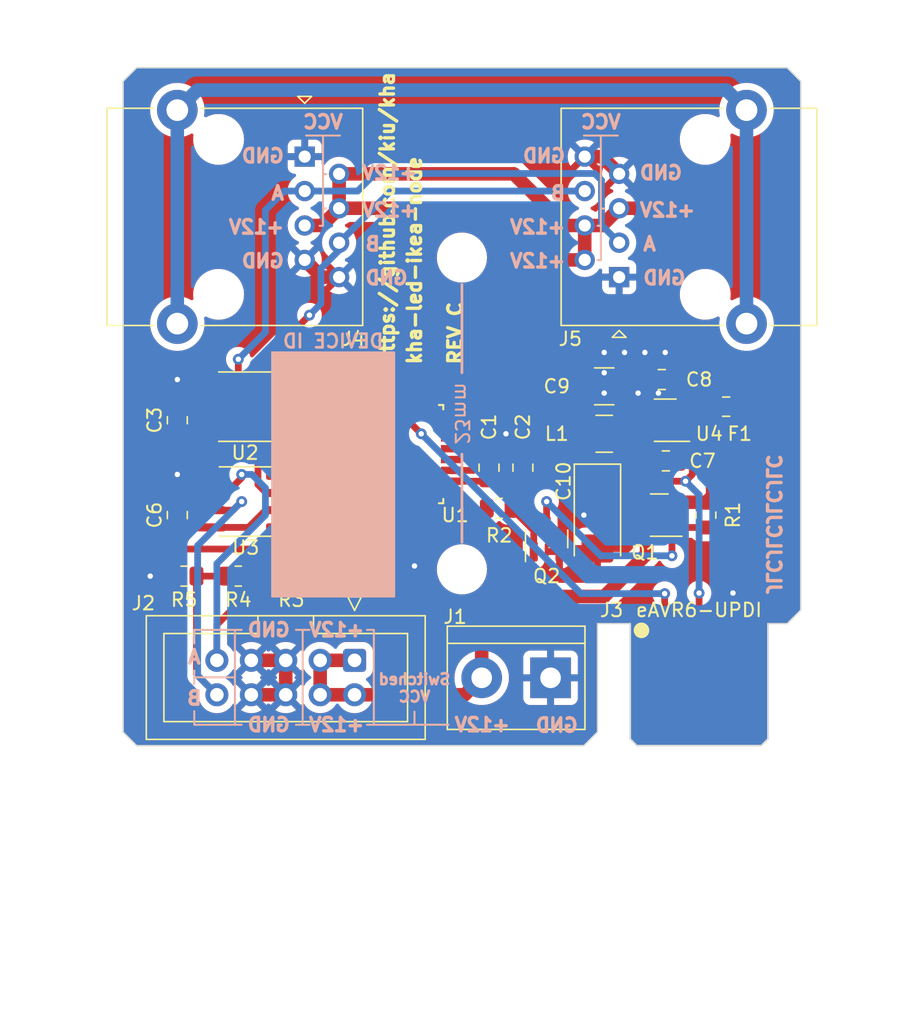
<source format=kicad_pcb>
(kicad_pcb (version 20221018) (generator pcbnew)
  (layers (0 "F.Cu" signal) (31 "B.Cu" signal) (34 "B.Paste" user) (35 "F.Paste" user) (36 "B.SilkS" user "B.Silkscreen") (37 "F.SilkS" user "F.Silkscreen") (38 "B.Mask" user) (39 "F.Mask" user) (44 "Edge.Cuts" user))
  (net 0 "")
  (net 1 "+5V")
  (net 2 "GND")
  (net 3 "UPDI")
  (net 4 "LED_TX")
  (net 5 "BUS_RX")
  (net 6 "BUS_DIR")
  (net 7 "BUS_TX")
  (net 8 "LED_EN")
  (net 9 "Net-(Q1-G)")
  (net 25 "+12V")
  (net 27 "485A")
  (net 28 "485B")
  (net 33 "Net-(J1-Pin_2)")
  (net 34 "Net-(U4-SW)")
  (net 35 "Net-(U4-BST)")
  (net 36 "Net-(U4-EN)")
  (net 37 "Net-(J2-Pin_9)")
  (net 38 "Net-(J2-Pin_10)")
  (net 39 "Net-(J4-PadSH)")
  (net 42 "Net-(Q2-B)")
  (footprint "Resistor_SMD:R_0805_2012Metric" (layer "F.Cu") (at 97.5 75.5 180)
    (fp_text reference "R4" (at 0 -1.75 180) (layer "F.SilkS"))
    (fp_text value "120R")
    (pad "1" smd roundrect (at -0.9125 0 180) (size 1.025 1.4) (layers "F.Cu" "F.Paste" "F.Mask") (roundrect_rratio 0.243902439) (net 37 "Net-(J2-Pin_9)"))
    (pad "2" smd roundrect (at 0.9125 0 180) (size 1.025 1.4) (layers "F.Cu" "F.Paste" "F.Mask") (roundrect_rratio 0.243902439) (net 38 "Net-(J2-Pin_10)"))
  )
  (footprint "Capacitor_SMD:C_1210_3225Metric" (layer "F.Cu") (at 124.5 61.5)
    (fp_text reference "C9" (at -3.5 0) (layer "F.SilkS"))
    (fp_text value "47uF")
    (pad "1" smd roundrect (at -1.475 0) (size 1.15 2.7) (layers "F.Cu" "F.Paste" "F.Mask") (roundrect_rratio 0.2173913043) (net 1 "+5V"))
    (pad "2" smd roundrect (at 1.475 0) (size 1.15 2.7) (layers "F.Cu" "F.Paste" "F.Mask") (roundrect_rratio 0.2173913043) (net 2 "GND"))
  )
  (footprint "Resistor_SMD:R_0805_2012Metric" (layer "F.Cu") (at 93.5 75.5 180)
    (fp_text reference "R5" (at 0 -1.75 180) (layer "F.SilkS"))
    (fp_text value "680R DNP")
    (pad "1" smd roundrect (at -0.9125 0 180) (size 1.025 1.4) (layers "F.Cu" "F.Paste" "F.Mask") (roundrect_rratio 0.243902439) (net 38 "Net-(J2-Pin_10)"))
    (pad "2" smd roundrect (at 0.9125 0 180) (size 1.025 1.4) (layers "F.Cu" "F.Paste" "F.Mask") (roundrect_rratio 0.243902439) (net 2 "GND"))
  )
  (footprint "Fuse:Fuse_0805_2012Metric" (layer "F.Cu") (at 133.5 63)
    (fp_text reference "F1" (at 1 2) (layer "F.SilkS"))
    (fp_text value "Polyfuse")
    (pad "1" smd roundrect (at -0.9375 0) (size 0.975 1.4) (layers "F.Cu" "F.Paste" "F.Mask") (net 36 "Net-(U4-EN)"))
    (pad "2" smd roundrect (at 0.9375 0) (size 0.975 1.4) (layers "F.Cu" "F.Paste" "F.Mask") (net 25 "+12V"))
  )
  (footprint "MountingHole:MountingHole_3.2mm_M3_DIN965" (layer "F.Cu") (at 114 52)
    (fp_text reference "H1" hide)
    (fp_text value "MountingHole")
    (pad "" np_thru_hole circle (at 0 0) (size 3.2 3.2) (drill 3.2) (layers "*.Cu" "*.Mask"))
  )
  (footprint "Inductor_SMD:L_1210_3225Metric" (layer "F.Cu") (at 124.5 65 180)
    (fp_text reference "L1" (at 3.5 0) (layer "F.SilkS"))
    (fp_text value "4.7uH")
    (pad "1" smd roundrect (at -1.4 0 180) (size 1.25 2.65) (layers "F.Cu" "F.Paste" "F.Mask") (roundrect_rratio 0.2) (net 34 "Net-(U4-SW)"))
    (pad "2" smd roundrect (at 1.4 0 180) (size 1.25 2.65) (layers "F.Cu" "F.Paste" "F.Mask") (roundrect_rratio 0.2) (net 1 "+5V"))
  )
  (footprint "Capacitor_SMD:C_0805_2012Metric" (layer "F.Cu") (at 129.05 67)
    (fp_text reference "C7" (at 2.7 0) (layer "F.SilkS"))
    (fp_text value "100nF")
    (pad "1" smd roundrect (at -0.95 0) (size 1 1.45) (layers "F.Cu" "F.Paste" "F.Mask") (net 34 "Net-(U4-SW)"))
    (pad "2" smd roundrect (at 0.95 0) (size 1 1.45) (layers "F.Cu" "F.Paste" "F.Mask") (net 35 "Net-(U4-BST)"))
  )
  (footprint "Package_SO:SOIC-8_3.9x4.9mm_P1.27mm" (layer "F.Cu") (at 98.05 70 180)
    (fp_text reference "U3" (at 0 -3.4 180) (layer "F.SilkS"))
    (fp_text value "SP481E")
    (pad "1" smd roundrect (at -2.475 -1.905 180) (size 1.95 0.6) (layers "F.Cu" "F.Paste" "F.Mask"))
    (pad "2" smd roundrect (at -2.475 -0.635 180) (size 1.95 0.6) (layers "F.Cu" "F.Paste" "F.Mask") (net 1 "+5V"))
    (pad "3" smd roundrect (at -2.475 0.635 180) (size 1.95 0.6) (layers "F.Cu" "F.Paste" "F.Mask") (net 1 "+5V"))
    (pad "4" smd roundrect (at -2.475 1.905 180) (size 1.95 0.6) (layers "F.Cu" "F.Paste" "F.Mask") (net 4 "LED_TX"))
    (pad "5" smd roundrect (at 2.475 1.905 180) (size 1.95 0.6) (layers "F.Cu" "F.Paste" "F.Mask") (net 2 "GND"))
    (pad "6" smd roundrect (at 2.475 0.635 180) (size 1.95 0.6) (layers "F.Cu" "F.Paste" "F.Mask") (net 37 "Net-(J2-Pin_9)"))
    (pad "7" smd roundrect (at 2.475 -0.635 180) (size 1.95 0.6) (layers "F.Cu" "F.Paste" "F.Mask") (net 38 "Net-(J2-Pin_10)"))
    (pad "8" smd roundrect (at 2.475 -1.905 180) (size 1.95 0.6) (layers "F.Cu" "F.Paste" "F.Mask") (net 1 "+5V"))
  )
  (footprint "Package_TO_SOT_SMD:SOT-23" (layer "F.Cu") (at 120.25 72.75 90)
    (fp_text reference "Q2" (at -2.75 0) (layer "F.SilkS"))
    (fp_text value "MMBT3904")
    (pad "1" smd roundrect (at -0.9375 -0.95 90) (size 1.475 0.6) (layers "F.Cu" "F.Paste" "F.Mask") (net 42 "Net-(Q2-B)"))
    (pad "2" smd roundrect (at -0.9375 0.95 90) (size 1.475 0.6) (layers "F.Cu" "F.Paste" "F.Mask") (net 2 "GND"))
    (pad "3" smd roundrect (at 0.9375 0 90) (size 1.475 0.6) (layers "F.Cu" "F.Paste" "F.Mask") (net 9 "Net-(Q1-G)"))
  )
  (footprint "Resistor_SMD:R_0805_2012Metric" (layer "F.Cu") (at 132 71 -90)
    (fp_text reference "R1" (at 0 -2 -90) (layer "F.SilkS"))
    (fp_text value "10k")
    (pad "1" smd roundrect (at -0.9125 0 270) (size 1.025 1.4) (layers "F.Cu" "F.Paste" "F.Mask") (roundrect_rratio 0.243902439) (net 25 "+12V"))
    (pad "2" smd roundrect (at 0.9125 0 270) (size 1.025 1.4) (layers "F.Cu" "F.Paste" "F.Mask") (roundrect_rratio 0.243902439) (net 9 "Net-(Q1-G)"))
  )
  (footprint "kiu:GDLX-S-88K" (layer "F.Cu") (at 93 49 -90)
    (fp_text reference "J4" (at 9 -13 unlocked) (layer "F.SilkS"))
    (fp_text value "RJ45_Shielded")
    (pad "" np_thru_hole circle (at -5.715 -3.048 270) (size 3.25 3.25) (drill 3.25) (layers "*.Cu" "*.Mask"))
    (pad "" np_thru_hole circle (at 5.715 -3.048 90) (size 3.25 3.25) (drill 3.25) (layers "*.Cu" "*.Mask"))
    (pad "1" thru_hole rect (at -4.445 -9.398 90) (size 1.5 1.5) (drill 0.9) (layers "*.Cu" "*.Mask") (net 2 "GND"))
    (pad "2" thru_hole circle (at -3.175 -11.938 90) (size 1.5 1.5) (drill 0.9) (layers "*.Cu" "*.Mask") (net 25 "+12V"))
    (pad "3" thru_hole circle (at -1.905 -9.398 90) (size 1.5 1.5) (drill 0.9) (layers "*.Cu" "*.Mask") (net 27 "485A"))
    (pad "4" thru_hole circle (at -0.635 -11.938 90) (size 1.5 1.5) (drill 0.9) (layers "*.Cu" "*.Mask") (net 25 "+12V"))
    (pad "5" thru_hole circle (at 0.635 -9.398 90) (size 1.5 1.5) (drill 0.9) (layers "*.Cu" "*.Mask") (net 25 "+12V"))
    (pad "6" thru_hole circle (at 1.905 -11.938 90) (size 1.5 1.5) (drill 0.9) (layers "*.Cu" "*.Mask") (net 28 "485B"))
    (pad "7" thru_hole circle (at 3.175 -9.398 90) (size 1.5 1.5) (drill 0.9) (layers "*.Cu" "*.Mask") (net 2 "GND"))
    (pad "8" thru_hole circle (at 4.445 -11.938 90) (size 1.5 1.5) (drill 0.9) (layers "*.Cu" "*.Mask") (net 2 "GND"))
    (pad "SH" thru_hole circle (at -7.874 0.002 270) (size 3 3) (drill 1.6) (layers "*.Cu" "*.Mask") (net 39 "Net-(J4-PadSH)"))
    (pad "SH" thru_hole circle (at 7.874 0 90) (size 3 3) (drill 1.6) (layers "*.Cu" "*.Mask") (net 39 "Net-(J4-PadSH)"))
  )
  (footprint "Package_TO_SOT_SMD:SOT-23" (layer "F.Cu") (at 128.5625 71 180)
    (fp_text reference "Q1" (at 1.0625 -2.75) (layer "F.SilkS"))
    (fp_text value "DMG2301L")
    (pad "1" smd roundrect (at -0.9375 -0.95 180) (size 1.475 0.6) (layers "F.Cu" "F.Paste" "F.Mask") (net 9 "Net-(Q1-G)"))
    (pad "2" smd roundrect (at -0.9375 0.95 180) (size 1.475 0.6) (layers "F.Cu" "F.Paste" "F.Mask") (net 25 "+12V"))
    (pad "3" smd roundrect (at 0.9375 0 180) (size 1.475 0.6) (layers "F.Cu" "F.Paste" "F.Mask") (net 33 "Net-(J1-Pin_2)"))
  )
  (footprint "MountingHole:MountingHole_3.2mm_M3_DIN965" (layer "F.Cu") (at 114 75)
    (fp_text reference "H2" hide)
    (fp_text value "MountingHole")
    (pad "" np_thru_hole circle (at 0 0) (size 3.2 3.2) (drill 3.2) (layers "*.Cu" "*.Mask"))
  )
  (footprint "Package_QFP:TQFP-32_7x7mm_P0.8mm" (layer "F.Cu") (at 109 66.5)
    (fp_text reference "U1" (at 4.5 4.5) (layer "F.SilkS"))
    (fp_text value "AVR64DD32")
    (pad "1" smd rect (at -4.25 -2.8) (size 1.6 0.55) (layers "F.Cu" "F.Paste" "F.Mask") (net 6 "BUS_DIR"))
    (pad "2" smd rect (at -4.25 -2) (size 1.6 0.55) (layers "F.Cu" "F.Paste" "F.Mask"))
    (pad "3" smd rect (at -4.25 -1.2) (size 1.6 0.55) (layers "F.Cu" "F.Paste" "F.Mask"))
    (pad "4" smd rect (at -4.25 -0.4) (size 1.6 0.55) (layers "F.Cu" "F.Paste" "F.Mask"))
    (pad "5" smd rect (at -4.25 0.4) (size 1.6 0.55) (layers "F.Cu" "F.Paste" "F.Mask"))
    (pad "6" smd rect (at -4.25 1.2) (size 1.6 0.55) (layers "F.Cu" "F.Paste" "F.Mask") (net 4 "LED_TX"))
    (pad "7" smd rect (at -4.25 2) (size 1.6 0.55) (layers "F.Cu" "F.Paste" "F.Mask"))
    (pad "8" smd rect (at -4.25 2.8) (size 1.6 0.55) (layers "F.Cu" "F.Paste" "F.Mask"))
    (pad "9" smd rect (at -2.8 4.25 90) (size 1.6 0.55) (layers "F.Cu" "F.Paste" "F.Mask"))
    (pad "10" smd rect (at -2 4.25 90) (size 1.6 0.55) (layers "F.Cu" "F.Paste" "F.Mask") (net 1 "+5V"))
    (pad "11" smd rect (at -1.2 4.25 90) (size 1.6 0.55) (layers "F.Cu" "F.Paste" "F.Mask"))
    (pad "12" smd rect (at -0.4 4.25 90) (size 1.6 0.55) (layers "F.Cu" "F.Paste" "F.Mask"))
    (pad "13" smd rect (at 0.4 4.25 90) (size 1.6 0.55) (layers "F.Cu" "F.Paste" "F.Mask"))
    (pad "14" smd rect (at 1.2 4.25 90) (size 1.6 0.55) (layers "F.Cu" "F.Paste" "F.Mask"))
    (pad "15" smd rect (at 2 4.25 90) (size 1.6 0.55) (layers "F.Cu" "F.Paste" "F.Mask"))
    (pad "16" smd rect (at 2.8 4.25 90) (size 1.6 0.55) (layers "F.Cu" "F.Paste" "F.Mask") (net 8 "LED_EN"))
    (pad "17" smd rect (at 4.25 2.8) (size 1.6 0.55) (layers "F.Cu" "F.Paste" "F.Mask"))
    (pad "18" smd rect (at 4.25 2) (size 1.6 0.55) (layers "F.Cu" "F.Paste" "F.Mask") (net 1 "+5V"))
    (pad "19" smd rect (at 4.25 1.2) (size 1.6 0.55) (layers "F.Cu" "F.Paste" "F.Mask") (net 2 "GND"))
    (pad "20" smd rect (at 4.25 0.4) (size 1.6 0.55) (layers "F.Cu" "F.Paste" "F.Mask"))
    (pad "21" smd rect (at 4.25 -0.4) (size 1.6 0.55) (layers "F.Cu" "F.Paste" "F.Mask"))
    (pad "22" smd rect (at 4.25 -1.2) (size 1.6 0.55) (layers "F.Cu" "F.Paste" "F.Mask"))
    (pad "23" smd rect (at 4.25 -2) (size 1.6 0.55) (layers "F.Cu" "F.Paste" "F.Mask"))
    (pad "24" smd rect (at 4.25 -2.8) (size 1.6 0.55) (layers "F.Cu" "F.Paste" "F.Mask"))
    (pad "25" smd rect (at 2.8 -4.25 90) (size 1.6 0.55) (layers "F.Cu" "F.Paste" "F.Mask"))
    (pad "26" smd rect (at 2 -4.25 90) (size 1.6 0.55) (layers "F.Cu" "F.Paste" "F.Mask"))
    (pad "27" smd rect (at 1.2 -4.25 90) (size 1.6 0.55) (layers "F.Cu" "F.Paste" "F.Mask") (net 3 "UPDI"))
    (pad "28" smd rect (at 0.4 -4.25 90) (size 1.6 0.55) (layers "F.Cu" "F.Paste" "F.Mask") (net 1 "+5V"))
    (pad "29" smd rect (at -0.4 -4.25 90) (size 1.6 0.55) (layers "F.Cu" "F.Paste" "F.Mask") (net 2 "GND"))
    (pad "30" smd rect (at -1.2 -4.25 90) (size 1.6 0.55) (layers "F.Cu" "F.Paste" "F.Mask") (net 7 "BUS_TX"))
    (pad "31" smd rect (at -2 -4.25 90) (size 1.6 0.55) (layers "F.Cu" "F.Paste" "F.Mask") (net 5 "BUS_RX"))
    (pad "32" smd rect (at -2.8 -4.25 90) (size 1.6 0.55) (layers "F.Cu" "F.Paste" "F.Mask"))
  )
  (footprint "TerminalBlock:TerminalBlock_bornier-2_P5.08mm" (layer "F.Cu") (at 120.54 83 180)
    (fp_text reference "J1" (at 7.04 4.5) (layer "F.SilkS"))
    (fp_text value "Screw_Terminal_01x02")
    (pad "1" thru_hole rect (at 0 0 180) (size 3 3) (drill 1.52) (layers "*.Cu" "*.Mask") (net 2 "GND"))
    (pad "2" thru_hole circle (at 5.08 0 180) (size 3 3) (drill 1.52) (layers "*.Cu" "*.Mask") (net 33 "Net-(J1-Pin_2)"))
  )
  (footprint "Capacitor_SMD:C_0805_2012Metric" (layer "F.Cu") (at 118.5 67.5 90)
    (fp_text reference "C2" (at 3 0 90) (layer "F.SilkS"))
    (fp_text value "100nF")
    (pad "1" smd roundrect (at -0.95 0 90) (size 1 1.45) (layers "F.Cu" "F.Paste" "F.Mask") (net 1 "+5V"))
    (pad "2" smd roundrect (at 0.95 0 90) (size 1 1.45) (layers "F.Cu" "F.Paste" "F.Mask") (net 2 "GND"))
  )
  (footprint "Resistor_SMD:R_0805_2012Metric" (layer "F.Cu") (at 101.4125 75.5 180)
    (fp_text reference "R3" (at 0 -1.75 180) (layer "F.SilkS"))
    (fp_text value "680R DNP")
    (pad "1" smd roundrect (at -0.9125 0 180) (size 1.025 1.4) (layers "F.Cu" "F.Paste" "F.Mask") (roundrect_rratio 0.243902439) (net 1 "+5V"))
    (pad "2" smd roundrect (at 0.9125 0 180) (size 1.025 1.4) (layers "F.Cu" "F.Paste" "F.Mask") (roundrect_rratio 0.243902439) (net 37 "Net-(J2-Pin_9)"))
  )
  (footprint "Package_SO:SOIC-8_3.9x4.9mm_P1.27mm" (layer "F.Cu") (at 98 63 180)
    (fp_text reference "U2" (at 0 -3.4 180) (layer "F.SilkS"))
    (fp_text value "SP481E")
    (pad "1" smd roundrect (at -2.475 -1.905 180) (size 1.95 0.6) (layers "F.Cu" "F.Paste" "F.Mask") (net 5 "BUS_RX"))
    (pad "2" smd roundrect (at -2.475 -0.635 180) (size 1.95 0.6) (layers "F.Cu" "F.Paste" "F.Mask") (net 6 "BUS_DIR"))
    (pad "3" smd roundrect (at -2.475 0.635 180) (size 1.95 0.6) (layers "F.Cu" "F.Paste" "F.Mask") (net 6 "BUS_DIR"))
    (pad "4" smd roundrect (at -2.475 1.905 180) (size 1.95 0.6) (layers "F.Cu" "F.Paste" "F.Mask") (net 7 "BUS_TX"))
    (pad "5" smd roundrect (at 2.475 1.905 180) (size 1.95 0.6) (layers "F.Cu" "F.Paste" "F.Mask") (net 2 "GND"))
    (pad "6" smd roundrect (at 2.475 0.635 180) (size 1.95 0.6) (layers "F.Cu" "F.Paste" "F.Mask") (net 27 "485A"))
    (pad "7" smd roundrect (at 2.475 -0.635 180) (size 1.95 0.6) (layers "F.Cu" "F.Paste" "F.Mask") (net 28 "485B"))
    (pad "8" smd roundrect (at 2.475 -1.905 180) (size 1.95 0.6) (layers "F.Cu" "F.Paste" "F.Mask") (net 1 "+5V"))
  )
  (footprint "Capacitor_SMD:C_0805_2012Metric" (layer "F.Cu") (at 108 73.5)
    (fp_text reference "C4" (at -3 0) (layer "F.SilkS"))
    (fp_text value "10nF")
    (pad "1" smd roundrect (at -0.95 0) (size 1 1.45) (layers "F.Cu" "F.Paste" "F.Mask") (net 1 "+5V"))
    (pad "2" smd roundrect (at 0.95 0) (size 1 1.45) (layers "F.Cu" "F.Paste" "F.Mask") (net 2 "GND"))
  )
  (footprint "Capacitor_SMD:C_0805_2012Metric" (layer "F.Cu") (at 128.75 61)
    (fp_text reference "C8" (at 2.75 0) (layer "F.SilkS"))
    (fp_text value "10uF")
    (pad "1" smd roundrect (at -0.95 0) (size 1 1.45) (layers "F.Cu" "F.Paste" "F.Mask") (net 2 "GND"))
    (pad "2" smd roundrect (at 0.95 0) (size 1 1.45) (layers "F.Cu" "F.Paste" "F.Mask") (net 36 "Net-(U4-EN)"))
  )
  (footprint "Package_TO_SOT_SMD:TSOT-23-6" (layer "F.Cu") (at 129 64 180)
    (fp_text reference "U4" (at -3.25 -1) (layer "F.SilkS"))
    (fp_text value "AP63205WU")
    (pad "1" smd roundrect (at -1.1375 -0.95 180) (size 1.325 0.6) (layers "F.Cu" "F.Paste" "F.Mask") (net 1 "+5V"))
    (pad "2" smd roundrect (at -1.1375 0 180) (size 1.325 0.6) (layers "F.Cu" "F.Paste" "F.Mask") (net 36 "Net-(U4-EN)"))
    (pad "3" smd roundrect (at -1.1375 0.95 180) (size 1.325 0.6) (layers "F.Cu" "F.Paste" "F.Mask") (net 36 "Net-(U4-EN)"))
    (pad "4" smd roundrect (at 1.1375 0.95 180) (size 1.325 0.6) (layers "F.Cu" "F.Paste" "F.Mask") (net 2 "GND"))
    (pad "5" smd roundrect (at 1.1375 0 180) (size 1.325 0.6) (layers "F.Cu" "F.Paste" "F.Mask") (net 34 "Net-(U4-SW)"))
    (pad "6" smd roundrect (at 1.1375 -0.95 180) (size 1.325 0.6) (layers "F.Cu" "F.Paste" "F.Mask") (net 35 "Net-(U4-BST)"))
  )
  (footprint "Capacitor_SMD:C_0805_2012Metric" (layer "F.Cu") (at 108 76)
    (fp_text reference "C5" (at -3 0) (layer "F.SilkS"))
    (fp_text value "100nF")
    (pad "1" smd roundrect (at -0.95 0) (size 1 1.45) (layers "F.Cu" "F.Paste" "F.Mask") (net 1 "+5V"))
    (pad "2" smd roundrect (at 0.95 0) (size 1 1.45) (layers "F.Cu" "F.Paste" "F.Mask") (net 2 "GND"))
  )
  (footprint "Capacitor_SMD:C_0805_2012Metric" (layer "F.Cu") (at 93 64 90)
    (fp_text reference "C3" (at 0 -1.68 90) (layer "F.SilkS"))
    (fp_text value "100nF")
    (pad "1" smd roundrect (at -0.95 0 90) (size 1 1.45) (layers "F.Cu" "F.Paste" "F.Mask") (net 1 "+5V"))
    (pad "2" smd roundrect (at 0.95 0 90) (size 1 1.45) (layers "F.Cu" "F.Paste" "F.Mask") (net 2 "GND"))
  )
  (footprint "kiu:GDLX-S-88K" (layer "F.Cu") (at 135 49 90)
    (fp_text reference "J5" (at -9 -13 unlocked) (layer "F.SilkS"))
    (fp_text value "RJ45_Shielded")
    (pad "" np_thru_hole circle (at -5.715 -3.048 90) (size 3.25 3.25) (drill 3.25) (layers "*.Cu" "*.Mask"))
    (pad "" np_thru_hole circle (at 5.715 -3.048 270) (size 3.25 3.25) (drill 3.25) (layers "*.Cu" "*.Mask"))
    (pad "1" thru_hole rect (at -4.445 -9.398 270) (size 1.5 1.5) (drill 0.9) (layers "*.Cu" "*.Mask") (net 2 "GND"))
    (pad "2" thru_hole circle (at -3.175 -11.938 270) (size 1.5 1.5) (drill 0.9) (layers "*.Cu" "*.Mask") (net 25 "+12V"))
    (pad "3" thru_hole circle (at -1.905 -9.398 270) (size 1.5 1.5) (drill 0.9) (layers "*.Cu" "*.Mask") (net 27 "485A"))
    (pad "4" thru_hole circle (at -0.635 -11.938 270) (size 1.5 1.5) (drill 0.9) (layers "*.Cu" "*.Mask") (net 25 "+12V"))
    (pad "5" thru_hole circle (at 0.635 -9.398 270) (size 1.5 1.5) (drill 0.9) (layers "*.Cu" "*.Mask") (net 25 "+12V"))
    (pad "6" thru_hole circle (at 1.905 -11.938 270) (size 1.5 1.5) (drill 0.9) (layers "*.Cu" "*.Mask") (net 28 "485B"))
    (pad "7" thru_hole circle (at 3.175 -9.398 270) (size 1.5 1.5) (drill 0.9) (layers "*.Cu" "*.Mask") (net 2 "GND"))
    (pad "8" thru_hole circle (at 4.445 -11.938 270) (size 1.5 1.5) (drill 0.9) (layers "*.Cu" "*.Mask") (net 2 "GND"))
    (pad "SH" thru_hole circle (at -7.874 0.002 90) (size 3 3) (drill 1.6) (layers "*.Cu" "*.Mask") (net 39 "Net-(J4-PadSH)"))
    (pad "SH" thru_hole circle (at 7.874 0 270) (size 3 3) (drill 1.6) (layers "*.Cu" "*.Mask") (net 39 "Net-(J4-PadSH)"))
  )
  (footprint "Capacitor_SMD:C_0805_2012Metric" (layer "F.Cu") (at 116 67.5 90)
    (fp_text reference "C1" (at 3 0 90) (layer "F.SilkS"))
    (fp_text value "10nF")
    (pad "1" smd roundrect (at -0.95 0 90) (size 1 1.45) (layers "F.Cu" "F.Paste" "F.Mask") (net 1 "+5V"))
    (pad "2" smd roundrect (at 0.95 0 90) (size 1 1.45) (layers "F.Cu" "F.Paste" "F.Mask") (net 2 "GND"))
  )
  (footprint "Connector_IDC:IDC-Header_2x05_P2.54mm_Vertical" (layer "F.Cu") (at 106.08 81.7125 -90)
    (fp_text reference "J2" (at -4.2125 15.58) (layer "F.SilkS"))
    (fp_text value "Conn_01x10")
    (pad "1" thru_hole roundrect (at 0 0 270) (size 1.7 1.7) (drill 1) (layers "*.Cu" "*.Mask") (roundrect_rratio 0.1470588235) (net 33 "Net-(J1-Pin_2)"))
    (pad "2" thru_hole circle (at 2.54 0 270) (size 1.7 1.7) (drill 1) (layers "*.Cu" "*.Mask") (net 33 "Net-(J1-Pin_2)"))
    (pad "3" thru_hole circle (at 0 2.54 270) (size 1.7 1.7) (drill 1) (layers "*.Cu" "*.Mask") (net 33 "Net-(J1-Pin_2)"))
    (pad "4" thru_hole circle (at 2.54 2.54 270) (size 1.7 1.7) (drill 1) (layers "*.Cu" "*.Mask") (net 33 "Net-(J1-Pin_2)"))
    (pad "5" thru_hole circle (at 0 5.08 270) (size 1.7 1.7) (drill 1) (layers "*.Cu" "*.Mask") (net 2 "GND"))
    (pad "6" thru_hole circle (at 2.54 5.08 270) (size 1.7 1.7) (drill 1) (layers "*.Cu" "*.Mask") (net 2 "GND"))
    (pad "7" thru_hole circle (at 0 7.62 270) (size 1.7 1.7) (drill 1) (layers "*.Cu" "*.Mask") (net 2 "GND"))
    (pad "8" thru_hole circle (at 2.54 7.62 270) (size 1.7 1.7) (drill 1) (layers "*.Cu" "*.Mask") (net 2 "GND"))
    (pad "9" thru_hole circle (at 0 10.16 270) (size 1.7 1.7) (drill 1) (layers "*.Cu" "*.Mask") (net 37 "Net-(J2-Pin_9)"))
    (pad "10" thru_hole circle (at 2.54 10.16 270) (size 1.7 1.7) (drill 1) (layers "*.Cu" "*.Mask") (net 38 "Net-(J2-Pin_10)"))
  )
  (footprint "Capacitor_SMD:C_0805_2012Metric" (layer "F.Cu") (at 93 71 90)
    (fp_text reference "C6" (at 0 -1.68 90) (layer "F.SilkS"))
    (fp_text value "100nF")
    (pad "1" smd roundrect (at -0.95 0 90) (size 1 1.45) (layers "F.Cu" "F.Paste" "F.Mask") (net 1 "+5V"))
    (pad "2" smd roundrect (at 0.95 0 90) (size 1 1.45) (layers "F.Cu" "F.Paste" "F.Mask") (net 2 "GND"))
  )
  (footprint "Resistor_SMD:R_0805_2012Metric" (layer "F.Cu") (at 116.75 70.5 180)
    (fp_text reference "R2" (at 0 -2) (layer "F.SilkS"))
    (fp_text value "10k")
    (pad "1" smd roundrect (at -0.9125 0 180) (size 1.025 1.4) (layers "F.Cu" "F.Paste" "F.Mask") (roundrect_rratio 0.243902439) (net 42 "Net-(Q2-B)"))
    (pad "2" smd roundrect (at 0.9125 0 180) (size 1.025 1.4) (layers "F.Cu" "F.Paste" "F.Mask") (roundrect_rratio 0.243902439) (net 8 "LED_EN"))
  )
  (footprint "kiu-eAVR:eAVR6-UPDI-F" (layer "F.Cu") (at 131.5 88)
    (fp_text reference "J3" (at -5.5 -10) (layer "F.SilkS") (effects (justify right)))
    (fp_text value "AVR-UPDI-6" hide)
    (fp_text user "eAVR6-UPDI" (at -4.75 -10 unlocked) (layer "F.SilkS") (effects (justify left)))
    (fp_line (start -5.08 -9) (end -5.08 -0.5) (stroke (width 0.12)) (layer "Edge.Cuts"))
    (fp_line (start -5.08 -0.5) (end -4.58 0) (stroke (width 0.12)) (layer "Edge.Cuts"))
    (fp_line (start -4.58 0) (end 4.58 0) (stroke (width 0.12)) (layer "Edge.Cuts"))
    (fp_line (start 5.08 -9) (end 5.08 -0.5) (stroke (width 0.12)) (layer "Edge.Cuts"))
    (fp_line (start 5.08 -0.5) (end 4.58 0) (stroke (width 0.12)) (layer "Edge.Cuts"))
    (pad "1" connect rect (at -2.54 -5) (size 1.4 8) (layers "F.Cu" "F.Mask") (net 3 "UPDI"))
    (pad "2" connect rect (at 0 -5) (size 1.4 8) (layers "F.Cu" "F.Mask") (net 1 "+5V"))
    (pad "6" connect rect (at 2.54 -5) (size 1.4 8) (layers "F.Cu" "F.Mask") (net 2 "GND"))
  )
  (footprint "Capacitor_Tantalum_SMD:CP_EIA-6032-28_Kemet-C" (layer "F.Cu") (at 124 71 -90)
    (fp_text reference "C10" (at -2.5 2.5 -90) (layer "F.SilkS"))
    (fp_text value "220uF")
    (pad "1" smd roundrect (at -2.4625 0 270) (size 2.075 2.35) (layers "F.Cu" "F.Paste" "F.Mask") (roundrect_rratio 0.1204819277) (net 1 "+5V"))
    (pad "2" smd roundrect (at 2.4625 0 270) (size 2.075 2.35) (layers "F.Cu" "F.Paste" "F.Mask") (roundrect_rratio 0.1204819277) (net 2 "GND"))
  )
  (gr_line (start 102.75 79.465) (end 101.75 79.465) (stroke (width 0.15)) (layer "B.SilkS"))
  (gr_rect (start 100 58.996825) (end 109 77.003175) (stroke (width 0.15)) (fill solid) (layer "B.SilkS"))
  (gr_line (start 124.25 52.197) (end 124 52.197) (stroke (width 0.15)) (layer "B.SilkS"))
  (gr_line (start 107.5 86.465) (end 111.006 86.4616) (stroke (width 0.15)) (layer "B.SilkS"))
  (gr_line (start 103.75 43) (end 103.75 49.657) (stroke (width 0.15)) (layer "B.SilkS"))
  (gr_line (start 110.5 86.4616) (end 110.5 85.5) (stroke (width 0.15)) (layer "B.SilkS"))
  (gr_line (start 103.75 48.387) (end 104 48.387) (stroke (width 0.15)) (layer "B.SilkS"))
  (gr_line (start 97.75 79.465) (end 94.25 79.465) (stroke (width 0.15)) (layer "B.SilkS"))
  (gr_line (start 97.25 79.465) (end 97.25 86.465) (stroke (width 0.15)) (layer "B.SilkS"))
  (gr_line (start 101.75 86.465) (end 102.75 86.465) (stroke (width 0.15)) (layer "B.SilkS"))
  (gr_line (start 103.75 45.847) (end 104 45.847) (stroke (width 0.15)) (layer "B.SilkS"))
  (gr_line (start 102.5 43) (end 105 43) (stroke (width 0.15)) (layer "B.SilkS"))
  (gr_line (start 107.5 86.465) (end 107 86.465) (stroke (width 0.15)) (layer "B.SilkS"))
  (gr_line (start 97.25 82.965) (end 94.25 82.965) (stroke (width 0.15)) (layer "B.SilkS"))
  (gr_line (start 94.25 79.465) (end 94.25 80.465) (stroke (width 0.15)) (layer "B.SilkS"))
  (gr_line (start 107.5 79.465) (end 107.5 86.465) (stroke (width 0.15)) (layer "B.SilkS"))
  (gr_line (start 124.25 48.387) (end 124.5 48.387) (stroke (width 0.15)) (layer "B.SilkS"))
  (gr_line (start 114 66.5) (end 114 73) (stroke (width 0.2)) (layer "B.SilkS"))
  (gr_line (start 107.5 79.465) (end 107 79.465) (stroke (width 0.15)) (layer "B.SilkS"))
  (gr_line (start 94.25 85.465) (end 94.25 86.465) (stroke (width 0.15)) (layer "B.SilkS"))
  (gr_line (start 123 43) (end 125.5 43) (stroke (width 0.15)) (layer "B.SilkS"))
  (gr_line (start 102.25 79.465) (end 102.25 86.465) (stroke (width 0.15)) (layer "B.SilkS"))
  (gr_line (start 114 54) (end 114 60.5) (stroke (width 0.2)) (layer "B.SilkS"))
  (gr_line (start 113.006 86.4616) (end 111.006 86.4616) (stroke (width 0.15)) (layer "B.SilkS"))
  (gr_line (start 94.25 82.465) (end 94.25 83.465) (stroke (width 0.15)) (layer "B.SilkS"))
  (gr_line (start 124.25 43) (end 124.25 52.197) (stroke (width 0.15)) (layer "B.SilkS"))
  (gr_line (start 94.25 86.465) (end 97.75 86.465) (stroke (width 0.15)) (layer "B.SilkS"))
  (gr_line (start 103.75 49.657) (end 103.5 49.657) (stroke (width 0.15)) (layer "B.SilkS"))
  (gr_line (start 124.25 49.657) (end 124 49.657) (stroke (width 0.15)) (layer "B.SilkS"))
  (gr_line (start 126.42 79) (end 124 79) (stroke (width 0.1)) (layer "Edge.Cuts"))
  (gr_line (start 89 39) (end 89 87) (stroke (width 0.1)) (layer "Edge.Cuts"))
  (gr_line (start 138 79) (end 139 78) (stroke (width 0.1)) (layer "Edge.Cuts"))
  (gr_line (start 139 39) (end 139 78) (stroke (width 0.1)) (layer "Edge.Cuts"))
  (gr_line (start 89 39) (end 90 38) (stroke (width 0.1)) (layer "Edge.Cuts"))
  (gr_line (start 138 79) (end 136.58 79) (stroke (width 0.1)) (layer "Edge.Cuts"))
  (gr_line (start 124 87) (end 124 79) (stroke (width 0.1)) (layer "Edge.Cuts"))
  (gr_line (start 123 88) (end 124 87) (stroke (width 0.1)) (layer "Edge.Cuts"))
  (gr_line (start 138 38) (end 139 39) (stroke (width 0.1)) (layer "Edge.Cuts"))
  (gr_line (start 89 87) (end 90 88) (stroke (width 0.1)) (layer "Edge.Cuts"))
  (gr_line (start 90 38) (end 138 38) (stroke (width 0.1)) (layer "Edge.Cuts"))
  (gr_line (start 90 88) (end 123 88) (stroke (width 0.1)) (layer "Edge.Cuts"))
  (gr_text "GND" (at 121 86.5) (layer "B.SilkS") (effects (font (size 1 1) (thickness 0.25)) (justify mirror)))
  (gr_text "DEVICE ID" (at 104.5 58.75) (layer "B.SilkS") (effects (font (size 1 1) (thickness 0.2) bold) (justify bottom mirror)))
  (gr_text "+12V" (at 121.75 52.25) (layer "B.SilkS") (effects (font (size 1 1) (thickness 0.25)) (justify left mirror)))
  (gr_text "GND" (at 127.25 53.5) (layer "B.SilkS") (effects (font (size 1 1) (thickness 0.25)) (justify right mirror)))
  (gr_text "+12V" (at 104.75 86.465) (layer "B.SilkS") (effects (font (size 1 1) (thickness 0.25)) (justify mirror)))
  (gr_text "B" (at 106.75 51) (layer "B.SilkS") (effects (font (size 1 1) (thickness 0.25)) (justify right mirror)))
  (gr_text "GND" (at 121.75 44.5) (layer "B.SilkS") (effects (font (size 1 1) (thickness 0.25)) (justify left mirror)))
  (gr_text "GND" (at 99.75 86.465) (layer "B.SilkS") (effects (font (size 1 1) (thickness 0.25)) (justify mirror)))
  (gr_text "GND" (at 101 52.25) (layer "B.SilkS") (effects (font (size 1 1) (thickness 0.25)) (justify left mirror)))
  (gr_text "GND" (at 99.75 79.465) (layer "B.SilkS") (effects (font (size 1 1) (thickness 0.25)) (justify mirror)))
  (gr_text "B" (at 121.75 47.25) (layer "B.SilkS") (effects (font (size 1 1) (thickness 0.25)) (justify left mirror)))
  (gr_text "GND" (at 106.75 53.5) (layer "B.SilkS") (effects (font (size 1 1) (thickness 0.25)) (justify right mirror)))
  (gr_text "A" (at 94.25 81.465) (layer "B.SilkS") (effects (font (size 1 1) (thickness 0.25)) (justify mirror)))
  (gr_text "+12V" (at 121.75 49.75) (layer "B.SilkS") (effects (font (size 1 1) (thickness 0.25)) (justify left mirror)))
  (gr_text "GND" (at 127 45.75) (layer "B.SilkS") (effects (font (size 1 1) (thickness 0.25)) (justify right mirror)))
  (gr_text "JLCJLCJLCJLC" (at 137 77 270) (layer "B.SilkS") (effects (font (size 1 1) (thickness 0.25)) (justify left mirror)))
  (gr_text "+12V" (at 104.75 79.465) (layer "B.SilkS") (effects (font (size 1 1) (thickness 0.25)) (justify mirror)))
  (gr_text "VCC" (at 103.75 42) (layer "B.SilkS") (effects (font (size 1 1) (thickness 0.25)) (justify mirror)))
  (gr_text "+12V" (at 115.5 86.465) (layer "B.SilkS") (effects (font (size 1 1) (thickness 0.25)) (justify mirror)))
  (gr_text "B" (at 94.25 84.5) (layer "B.SilkS") (effects (font (size 1 1) (thickness 0.25)) (justify mirror)))
  (gr_text "VCC" (at 124.25 42) (layer "B.SilkS") (effects (font (size 1 1) (thickness 0.25)) (justify mirror)))
  (gr_text "+12V" (at 101 49.75) (layer "B.SilkS") (effects (font (size 1 1) (thickness 0.25)) (justify left mirror)))
  (gr_text "A" (at 101 47.25) (layer "B.SilkS") (effects (font (size 1 1) (thickness 0.25)) (justify left mirror)))
  (gr_text "GND" (at 101 44.5) (layer "B.SilkS") (effects (font (size 1 1) (thickness 0.25)) (justify left mirror)))
  (gr_text "A" (at 127.25 51) (layer "B.SilkS") (effects (font (size 1 1) (thickness 0.25)) (justify right mirror)))
  (gr_text "+12V" (at 106.5 45.75) (layer "B.SilkS") (effects (font (size 1 1) (thickness 0.25)) (justify right mirror)))
  (gr_text "+12V" (at 106.5 48.5) (layer "B.SilkS") (effects (font (size 1 1) (thickness 0.25)) (justify right mirror)))
  (gr_text "23mm" (at 114 63.5 270) (layer "B.SilkS") (effects (font (size 1 1)) (justify mirror)))
  (gr_text "+12V" (at 127 48.5) (layer "B.SilkS") (effects (font (size 1 1) (thickness 0.25)) (justify right mirror)))
  (gr_text "Switched\nVCC" (at 110.494 83.75) (layer "B.SilkS") (effects (font (size 0.8 0.8) (thickness 0.2)) (justify mirror)))
  (gr_text "REV C" (at 113.5 60 90) (layer "F.SilkS") (effects (font (size 1 1) (thickness 0.25)) (justify left)))
  (gr_text "https://github.com/kiu/kha" (at 108.5 60 90) (layer "F.SilkS") (effects (font (size 1 1) (thickness 0.25)) (justify left)))
  (gr_text "kha-led-ikea-node" (at 110.5 60 90) (layer "F.SilkS") (effects (font (size 1 1) (thickness 0.25)) (justify left)))
  (segment (start 110 68.5) (end 108.075 68.5) (width 0.5) (layer "F.Cu") (net 1))
  (segment (start 118.5 68.45) (end 123.9125 68.45) (width 0.5) (layer "F.Cu") (net 1))
  (segment (start 98.9525 68.75) (end 99.5675 69.365) (width 0.5) (layer "F.Cu") (net 1))
  (segment (start 95.525 64.905) (end 93.25 64.905) (width 0.5) (layer "F.Cu") (net 1))
  (segment (start 93 65.75) (end 93.75 66.5) (width 0.5) (layer "F.Cu") (net 1))
  (segment (start 115.95 68.5) (end 116 68.45) (width 0.5) (layer "F.Cu") (net 1))
  (segment (start 93 71.95) (end 93 73) (width 0.5) (layer "F.Cu") (net 1))
  (segment (start 110 68.5) (end 113.25 68.5) (width 0.5) (layer "F.Cu") (net 1))
  (segment (start 95.575 71.905) (end 98.25 71.905) (width 0.5) (layer "F.Cu") (net 1))
  (segment (start 93.25 64.905) (end 93.25 64.95) (width 0.5) (layer "F.Cu") (net 1))
  (segment (start 106.05 73.5) (end 107.05 74.5) (width 0.5) (layer "F.Cu") (net 1))
  (segment (start 107.05 73.5) (end 107.05 74.5) (width 0.5) (layer "F.Cu") (net 1))
  (segment (start 99.5675 69.365) (end 100.525 69.365) (width 0.5) (layer "F.Cu") (net 1))
  (segment (start 109.4 67.9) (end 110 68.5) (width 0.5) (layer "F.Cu") (net 1))
  (segment (start 98.25 71.905) (end 98.9525 71.2025) (width 0.5) (layer "F.Cu") (net 1))
  (segment (start 108.075 68.5) (end 107 69.575) (width 0.5) (layer "F.Cu") (net 1))
  (segment (start 124.0375 68.5) (end 124 68.5375) (width 0.5) (layer "F.Cu") (net 1))
  (segment (start 93 64.95) (end 93 65.75) (width 0.5) (layer "F.Cu") (net 1))
  (segment (start 98.5 66.5) (end 98.9525 66.9525) (width 0.5) (layer "F.Cu") (net 1))
  (segment (start 118.5 68.45) (end 116 68.45) (width 0.5) (layer "F.Cu") (net 1))
  (segment (start 123.1 61.575) (end 123.025 61.5) (width 1) (layer "F.Cu") (net 1))
  (segment (start 100.525 69.365) (end 100.525 70.635) (width 0.5) (layer "F.Cu") (net 1))
  (segment (start 93.75 66.5) (end 98.5 66.5) (width 0.5) (layer "F.Cu") (net 1))
  (segment (start 93 73) (end 93.5 73.5) (width 0.5) (layer "F.Cu") (net 1))
  (segment (start 123.1 65) (end 123.1 67.6375) (width 1) (layer "F.Cu") (net 1))
  (segment (start 109.4 66.5) (end 109.4 67.9) (width 0.5) (layer "F.Cu") (net 1))
  (segment (start 123.1 67.6375) (end 124 68.5375) (width 1) (layer "F.Cu") (net 1))
  (segment (start 107 69.575) (end 107 70.75) (width 0.5) (layer "F.Cu") (net 1))
  (segment (start 107.05 74.5) (end 107.05 75.9) (width 0.5) (layer "F.Cu") (net 1))
  (segment (start 109.4 62.25) (end 109.4 66.5) (width 0.5) (layer "F.Cu") (net 1))
  (segment (start 107 73.45) (end 107.05 73.5) (width 0.5) (layer "F.Cu") (net 1))
  (segment (start 130.5 68.5) (end 124.0375 68.5) (width 0.5) (layer "F.Cu") (net 1))
  (segment (start 101.325 73.5) (end 106.05 73.5) (width 0.5) (layer "F.Cu") (net 1))
  (segment (start 93.5 73.5) (end 101.325 73.5) (width 0.5) (layer "F.Cu") (net 1))
  (segment (start 99.52 70.635) (end 100.525 70.635) (width 0.5) (layer "F.Cu") (net 1))
  (segment (start 131 65.8125) (end 131 68) (width 0.5) (layer "F.Cu") (net 1))
  (segment (start 131.5 83) (end 131.5 76.75) (width 0.5) (layer "F.Cu") (net 1))
  (segment (start 102.325 75.5) (end 102.325 74.5) (width 0.5) (layer "F.Cu") (net 1))
  (segment (start 93 71.95) (end 95.53 71.95) (width 0.5) (layer "F.Cu") (net 1))
  (segment (start 98.9525 66.9525) (end 98.9525 68.75) (width 0.5) (layer "F.Cu") (net 1))
  (segment (start 131 68) (end 130.5 68.5) (width 0.5) (layer "F.Cu") (net 1))
  (segment (start 101.325 73.5) (end 102.325 74.5) (width 0.5) (layer "F.Cu") (net 1))
  (segment (start 95.53 71.95) (end 95.575 71.905) (width 0.5) (layer "F.Cu") (net 1))
  (segment (start 123.1 65) (end 123.1 61.575) (width 1) (layer "F.Cu") (net 1))
  (segment (start 113.25 68.5) (end 115.95 68.5) (width 0.5) (layer "F.Cu") (net 1))
  (segment (start 130.1375 64.95) (end 131 65.8125) (width 0.5) (layer "F.Cu") (net 1))
  (segment (start 98.9525 71.2025) (end 99.52 70.635) (width 0.5) (layer "F.Cu") (net 1))
  (segment (start 107 70.75) (end 107 73.45) (width 0.5) (layer "F.Cu") (net 1))
  (via (at 131.5 76.75) (size 0.8) (drill 0.4) (layers "F.Cu" "B.Cu") (net 1))
  (via (at 130.5 68.5) (size 0.8) (drill 0.4) (layers "F.Cu" "B.Cu") (net 1))
  (segment (start 131 69) (end 130.5 68.5) (width 0.5) (layer "B.Cu") (net 1))
  (segment (start 131.5 69.5) (end 131 69) (width 0.5) (layer "B.Cu") (net 1))
  (segment (start 131.5 76.75) (end 131.5 69.5) (width 0.5) (layer "B.Cu") (net 1))
  (segment (start 98.46 81.7125) (end 101 81.7125) (width 1) (layer "F.Cu") (net 2))
  (segment (start 124.332 44.555) (end 125.602 45.825) (width 1) (layer "F.Cu") (net 2))
  (segment (start 95.525 61.095) (end 93.095 61.095) (width 0.5) (layer "F.Cu") (net 2))
  (segment (start 95.575 68.095) (end 93.095 68.095) (width 0.5) (layer "F.Cu") (net 2))
  (segment (start 101 84.2525) (end 98.46 84.2525) (width 1) (layer "F.Cu") (net 2))
  (segment (start 113.25 67.7) (end 114.85 67.7) (width 0.5) (layer "F.Cu") (net 2))
  (segment (start 104.938 53.445) (end 103.668 53.445) (width 1) (layer "F.Cu") (net 2))
  (segment (start 101 81.7125) (end 101 84.2525) (width 1) (layer "F.Cu") (net 2))
  (segment (start 108.6 57.107) (end 104.938 53.445) (width 0.5) (layer "F.Cu") (net 2))
  (segment (start 93 70.05) (end 93 68) (width 0.5) (layer "F.Cu") (net 2))
  (segment (start 103.668 53.445) (end 102.398 52.175) (width 1) (layer "F.Cu") (net 2))
  (segment (start 114.85 67.7) (end 116 66.55) (width 0.5) (layer "F.Cu") (net 2))
  (segment (start 118.5 66.55) (end 116 66.55) (width 0.5) (layer "F.Cu") (net 2))
  (segment (start 93 63.05) (end 93 61) (width 0.5) (layer "F.Cu") (net 2))
  (segment (start 134.04 83) (end 134.04 76.79) (width 0.5) (layer "F.Cu") (net 2))
  (segment (start 93.095 68.095) (end 93 68) (width 0.5) (layer "F.Cu") (net 2))
  (segment (start 123.062 44.555) (end 124.332 44.555) (width 1) (layer "F.Cu") (net 2))
  (segment (start 108.6 62.25) (end 108.6 57.107) (width 0.5) (layer "F.Cu") (net 2))
  (segment (start 108.95 73.5) (end 108.95 75.9) (width 0.5) (layer "F.Cu") (net 2))
  (segment (start 93.095 61.095) (end 93 61) (width 0.5) (layer "F.Cu") (net 2))
  (via (at 110.5 74.75) (size 0.8) (drill 0.4) (layers "F.Cu" "B.Cu") (net 2))
  (via (at 93 61) (size 0.8) (drill 0.4) (layers "F.Cu" "B.Cu") (net 2))
  (via (at 129 59) (size 0.8) (drill 0.4) (layers "F.Cu" "B.Cu") (net 2))
  (via (at 124.5 60.5) (size 0.8) (drill 0.4) (layers "F.Cu" "B.Cu") (net 2))
  (via (at 124.5 59) (size 0.8) (drill 0.4) (layers "F.Cu" "B.Cu") (net 2))
  (via (at 128.5 62) (size 0.8) (drill 0.4) (layers "F.Cu" "B.Cu") (net 2))
  (via (at 134 76.75) (size 0.8) (drill 0.4) (layers "F.Cu" "B.Cu") (net 2))
  (via (at 126 59) (size 0.8) (drill 0.4) (layers "F.Cu" "B.Cu") (net 2))
  (via (at 91 75.5) (size 0.8) (drill 0.4) (layers "F.Cu" "B.Cu") (net 2))
  (via (at 127 62) (size 0.8) (drill 0.4) (layers "F.Cu" "B.Cu") (net 2))
  (via (at 93 68) (size 0.8) (drill 0.4) (layers "F.Cu" "B.Cu") (net 2))
  (via (at 123 71) (size 0.8) (drill 0.4) (layers "F.Cu" "B.Cu") (net 2))
  (via (at 124.5 62) (size 0.8) (drill 0.4) (layers "F.Cu" "B.Cu") (net 2))
  (via (at 127.5 59) (size 0.8) (drill 0.4) (layers "F.Cu" "B.Cu") (net 2))
  (via (at 117.25 65) (size 0.8) (drill 0.4) (layers "F.Cu" "B.Cu") (net 2))
  (segment (start 110.2 62.25) (end 110.2 64) (width 0.5) (layer "F.Cu") (net 3))
  (segment (start 111 65) (end 110.2 64.2) (width 0.5) (layer "F.Cu") (net 3))
  (segment (start 128.96 83) (end 128.96 76.79) (width 0.5) (layer "F.Cu") (net 3))
  (segment (start 110.2 64.2) (end 110.2 64) (width 0.5) (layer "F.Cu") (net 3))
  (via (at 111 65) (size 0.8) (drill 0.4) (layers "F.Cu" "B.Cu") (net 3))
  (via (at 128.96 76.79) (size 0.8) (drill 0.4) (layers "F.Cu" "B.Cu") (net 3))
  (segment (start 111 65) (end 122.79 76.79) (width 0.5) (layer "B.Cu") (net 3))
  (segment (start 122.79 76.79) (end 128.96 76.79) (width 0.5) (layer "B.Cu") (net 3))
  (segment (start 104.75 67.7) (end 100.92 67.7) (width 0.5) (layer "F.Cu") (net 4))
  (segment (start 100.92 67.7) (end 100.525 68.095) (width 0.5) (layer "F.Cu") (net 4))
  (segment (start 107 61) (end 107 62.25) (width 0.5) (layer "F.Cu") (net 5))
  (segment (start 101.345 64.905) (end 102.25 64) (width 0.5) (layer "F.Cu") (net 5))
  (segment (start 103.5 60) (end 106 60) (width 0.5) (layer "F.Cu") (net 5))
  (segment (start 102.25 64) (end 102.25 61.25) (width 0.5) (layer "F.Cu") (net 5))
  (segment (start 102.25 61.25) (end 103.5 60) (width 0.5) (layer "F.Cu") (net 5))
  (segment (start 100.475 64.905) (end 101.345 64.905) (width 0.5) (layer "F.Cu") (net 5))
  (segment (start 106 60) (end 107 61) (width 0.5) (layer "F.Cu") (net 5))
  (segment (start 99.5 66) (end 101.75 66) (width 0.5) (layer "F.Cu") (net 6))
  (segment (start 101.75 66) (end 103.35 64.4) (width 0.5) (layer "F.Cu") (net 6))
  (segment (start 99.25 63.635) (end 98.75 64.135) (width 0.5) (layer "F.Cu") (net 6))
  (segment (start 103.35 64.4) (end 103.35 63.9) (width 0.5) (layer "F.Cu") (net 6))
  (segment (start 103.55 63.7) (end 104.75 63.7) (width 0.5) (layer "F.Cu") (net 6))
  (segment (start 100.475 63.635) (end 99.25 63.635) (width 0.5) (layer "F.Cu") (net 6))
  (segment (start 103.35 63.9) (end 103.55 63.7) (width 0.5) (layer "F.Cu") (net 6))
  (segment (start 98.75 65.25) (end 99.5 66) (width 0.5) (layer "F.Cu") (net 6))
  (segment (start 100.475 62.365) (end 100.475 63.635) (width 0.5) (layer "F.Cu") (net 6))
  (segment (start 98.75 64.135) (end 98.75 65.25) (width 0.5) (layer "F.Cu") (net 6))
  (segment (start 100.475 60.025) (end 100.475 61.095) (width 0.5) (layer "F.Cu") (net 7))
  (segment (start 107.8 62.25) (end 107.8 60.3) (width 0.5) (layer "F.Cu") (net 7))
  (segment (start 101.5 59) (end 100.475 60.025) (width 0.5) (layer "F.Cu") (net 7))
  (segment (start 106.5 59) (end 101.5 59) (width 0.5) (layer "F.Cu") (net 7))
  (segment (start 107.8 60.3) (end 106.5 59) (width 0.5) (layer "F.Cu") (net 7))
  (segment (start 115.5875 70.75) (end 115.8375 70.5) (width 0.5) (layer "F.Cu") (net 8))
  (segment (start 111.8 70.75) (end 115.5875 70.75) (width 0.5) (layer "F.Cu") (net 8))
  (segment (start 129.5375 71.9125) (end 129.5 71.95) (width 0.5) (layer "F.Cu") (net 9))
  (segment (start 132 71.9125) (end 129.5375 71.9125) (width 0.5) (layer "F.Cu") (net 9))
  (segment (start 129.5 71.95) (end 129.5 74) (width 0.5) (layer "F.Cu") (net 9))
  (segment (start 120.25 71.8125) (end 120.25 70) (width 0.5) (layer "F.Cu") (net 9))
  (via (at 129.5 74) (size 0.8) (drill 0.4) (layers "F.Cu" "B.Cu") (net 9))
  (via (at 120.25 70) (size 0.8) (drill 0.4) (layers "F.Cu" "B.Cu") (net 9))
  (segment (start 124.25 74) (end 129.5 74) (width 0.5) (layer "B.Cu") (net 9))
  (segment (start 120.25 70) (end 124.25 74) (width 0.5) (layer "B.Cu") (net 9))
  (segment (start 123.062 49.635) (end 121.635 49.635) (width 1) (layer "F.Cu") (net 25))
  (segment (start 104.938 45.825) (end 104.938 48.365) (width 1) (layer "F.Cu") (net 25))
  (segment (start 128 49.5) (end 126.865 48.365) (width 1) (layer "F.Cu") (net 25))
  (segment (start 129.5 70.05) (end 131.9625 70.05) (width 1) (layer "F.Cu") (net 25))
  (segment (start 123.062 49.635) (end 124.332 49.635) (width 1) (layer "F.Cu") (net 25))
  (segment (start 123.062 52.175) (end 121.175 52.175) (width 1) (layer "F.Cu") (net 25))
  (segment (start 117.365 48.365) (end 104.938 48.365) (width 1) (layer "F.Cu") (net 25))
  (segment (start 134.4375 63) (end 134.4375 63.5625) (width 1) (layer "F.Cu") (net 25))
  (segment (start 134.4375 63) (end 134.4375 62) (width 1) (layer "F.Cu") (net 25))
  (segment (start 126.865 48.365) (end 125.602 48.365) (width 1) (layer "F.Cu") (net 25))
  (segment (start 134.4375 62) (end 128 55.5625) (width 1) (layer "F.Cu") (net 25))
  (segment (start 117.825 45.825) (end 104.938 45.825) (width 1) (layer "F.Cu") (net 25))
  (segment (start 134.4375 63.5625) (end 132.5 65.5) (width 1) (layer "F.Cu") (net 25))
  (segment (start 132.5 69) (end 132.5 69.5875) (width 1) (layer "F.Cu") (net 25))
  (segment (start 121.635 49.635) (end 117.825 45.825) (width 1) (layer "F.Cu") (net 25))
  (segment (start 132.5 69.5875) (end 132 70.0875) (width 1) (layer "F.Cu") (net 25))
  (segment (start 128 55.5625) (end 128 49.5) (width 1) (layer "F.Cu") (net 25))
  (segment (start 132.5 65.5) (end 132.5 69) (width 1) (layer "F.Cu") (net 25))
  (segment (start 104.938 48.365) (end 103.668 49.635) (width 1) (layer "F.Cu") (net 25))
  (segment (start 103.668 49.635) (end 102.398 49.635) (width 1) (layer "F.Cu") (net 25))
  (segment (start 121.175 52.175) (end 117.365 48.365) (width 1) (layer "F.Cu") (net 25))
  (segment (start 123.062 49.635) (end 123.062 52.175) (width 1) (layer "F.Cu") (net 25))
  (segment (start 124.332 49.635) (end 125.602 48.365) (width 1) (layer "F.Cu") (net 25))
  (segment (start 131.9625 70.05) (end 132 70.0875) (width 1) (layer "F.Cu") (net 25))
  (segment (start 97.5 61.5) (end 97.5 59.5) (width 0.5) (layer "F.Cu") (net 27))
  (segment (start 96.635 62.365) (end 97.5 61.5) (width 0.5) (layer "F.Cu") (net 27))
  (segment (start 95.525 62.365) (end 96.635 62.365) (width 0.5) (layer "F.Cu") (net 27))
  (via (at 97.5 59.5) (size 0.8) (drill 0.4) (layers "F.Cu" "B.Cu") (net 27))
  (segment (start 106.305 47.095) (end 107.6 45.8) (width 0.5) (layer "B.Cu") (net 27))
  (segment (start 102.398 47.095) (end 100.905 47.095) (width 0.5) (layer "B.Cu") (net 27))
  (segment (start 100.905 47.095) (end 99.5 48.5) (width 0.5) (layer "B.Cu") (net 27))
  (segment (start 105.365057 47.095) (end 106.305 47.095) (width 0.5) (layer "B.Cu") (net 27))
  (segment (start 107.6 45.8) (end 123.8 45.8) (width 0.5) (layer "B.Cu") (net 27))
  (segment (start 105.365057 47.095) (end 102.398 47.095) (width 0.5) (layer "B.Cu") (net 27))
  (segment (start 124.3 49.603) (end 125.602 50.905) (width 0.5) (layer "B.Cu") (net 27))
  (segment (start 124.3 46.3) (end 124.3 49.603) (width 0.5) (layer "B.Cu") (net 27))
  (segment (start 99.5 48.5) (end 99.5 57.5) (width 0.5) (layer "B.Cu") (net 27))
  (segment (start 123.8 45.8) (end 124.3 46.3) (width 0.5) (layer "B.Cu") (net 27))
  (segment (start 99.5 57.5) (end 97.5 59.5) (width 0.5) (layer "B.Cu") (net 27))
  (segment (start 96.865 63.635) (end 98.600688 61.899312) (width 0.5) (layer "F.Cu") (net 28))
  (segment (start 98.600688 60.399312) (end 102.75 56.25) (width 0.5) (layer "F.Cu") (net 28))
  (segment (start 95.525 63.635) (end 96.865 63.635) (width 0.5) (layer "F.Cu") (net 28))
  (segment (start 98.600688 61.899312) (end 98.600688 60.399312) (width 0.5) (layer "F.Cu") (net 28))
  (via (at 102.75 56.25) (size 0.8) (drill 0.4) (layers "F.Cu" "B.Cu") (net 28))
  (segment (start 104.938 50.905) (end 108.748 47.095) (width 0.5) (layer "B.Cu") (net 28))
  (segment (start 104.938 51.462) (end 103.598 52.802) (width 0.5) (layer "B.Cu") (net 28))
  (segment (start 104.938 50.905) (end 104.938 51.462) (width 0.5) (layer "B.Cu") (net 28))
  (segment (start 103.598 55.402) (end 102.75 56.25) (width 0.5) (layer "B.Cu") (net 28))
  (segment (start 103.598 52.802) (end 103.598 55.402) (width 0.5) (layer "B.Cu") (net 28))
  (segment (start 108.748 47.095) (end 123.062 47.095) (width 0.5) (layer "B.Cu") (net 28))
  (segment (start 106.08 81.7125) (end 103.54 81.7125) (width 1) (layer "F.Cu") (net 33))
  (segment (start 106.08 84.2525) (end 114.2075 84.2525) (width 1) (layer "F.Cu") (net 33))
  (segment (start 115.46 80.04) (end 118.5 77) (width 1) (layer "F.Cu") (net 33))
  (segment (start 127.625 73.875) (end 127.625 71) (width 1) (layer "F.Cu") (net 33))
  (segment (start 114.2075 84.2525) (end 115.46 83) (width 1) (layer "F.Cu") (net 33))
  (segment (start 103.54 81.7125) (end 103.54 84.2525) (width 1) (layer "F.Cu") (net 33))
  (segment (start 124.5 77) (end 127.625 73.875) (width 1) (layer "F.Cu") (net 33))
  (segment (start 103.54 84.2525) (end 106.08 84.2525) (width 1) (layer "F.Cu") (net 33))
  (segment (start 115.46 83) (end 115.46 80.04) (width 1) (layer "F.Cu") (net 33))
  (segment (start 118.5 77) (end 124.5 77) (width 1) (layer "F.Cu") (net 33))
  (segment (start 126.5 67) (end 125.9 66.4) (width 0.6) (layer "F.Cu") (net 34))
  (segment (start 126.9 64) (end 125.9 65) (width 0.6) (layer "F.Cu") (net 34))
  (segment (start 127.8625 64) (end 126.9 64) (width 0.6) (layer "F.Cu") (net 34))
  (segment (start 128.05 67) (end 126.5 67) (width 0.6) (layer "F.Cu") (net 34))
  (segment (start 125.9 66.4) (end 125.9 65) (width 0.6) (layer "F.Cu") (net 34))
  (segment (start 127.8625 64.95) (end 128.45 64.95) (width 0.6) (layer "F.Cu") (net 35))
  (segment (start 129.95 66.45) (end 129.95 67) (width 0.6) (layer "F.Cu") (net 35))
  (segment (start 128.45 64.95) (end 129.95 66.45) (width 0.6) (layer "F.Cu") (net 35))
  (segment (start 130.1375 64) (end 130.1375 63.05) (width 0.6) (layer "F.Cu") (net 36))
  (segment (start 132.5625 63) (end 130.1875 63) (width 1) (layer "F.Cu") (net 36))
  (segment (start 129.7 62.6125) (end 130.1375 63.05) (width 1) (layer "F.Cu") (net 36))
  (segment (start 129.7 61) (end 129.7 62.6125) (width 1) (layer "F.Cu") (net 36))
  (segment (start 130.1875 63) (end 130.1375 63.05) (width 1) (layer "F.Cu") (net 36))
  (segment (start 95.92 81.7125) (end 95.92 79.08) (width 0.5) (layer "F.Cu") (net 37))
  (segment (start 97.75 68.25) (end 97.75 68) (width 0.5) (layer "F.Cu") (net 37))
  (segment (start 95.92 79.08) (end 98.4125 76.5875) (width 0.5) (layer "F.Cu") (net 37))
  (segment (start 98.4125 75.5) (end 100.5 75.5) (width 0.5) (layer "F.Cu") (net 37))
  (segment (start 95.575 69.365) (end 96.635 69.365) (width 0.5) (layer "F.Cu") (net 37))
  (segment (start 98.4125 76.5875) (end 98.4125 75.5) (width 0.5) (layer "F.Cu") (net 37))
  (segment (start 96.635 69.365) (end 97.75 68.25) (width 0.5) (layer "F.Cu") (net 37))
  (via (at 97.75 68) (size 0.8) (drill 0.4) (layers "F.Cu" "B.Cu") (net 37))
  (segment (start 95.92 81.7125) (end 95.92 74.58) (width 0.5) (layer "B.Cu") (net 37))
  (segment (start 99.5 69) (end 98.5 68) (width 0.5) (layer "B.Cu") (net 37))
  (segment (start 96.42 74.08) (end 99.5 71) (width 0.5) (layer "B.Cu") (net 37))
  (segment (start 99.5 71) (end 99.5 69) (width 0.5) (layer "B.Cu") (net 37))
  (segment (start 95.92 74.58) (end 96.42 74.08) (width 0.5) (layer "B.Cu") (net 37))
  (segment (start 98.5 68) (end 97.75 68) (width 0.5) (layer "B.Cu") (net 37))
  (segment (start 94.4125 82.745) (end 94.83375 83.16625) (width 0.5) (layer "F.Cu") (net 38))
  (segment (start 94.4125 75.5) (end 96.5875 75.5) (width 0.5) (layer "F.Cu") (net 38))
  (segment (start 95.575 70.635) (end 97 70.635) (width 0.5) (layer "F.Cu") (net 38))
  (segment (start 94.4125 75.5) (end 94.4125 82.745) (width 0.5) (layer "F.Cu") (net 38))
  (segment (start 97.115 70.635) (end 97 70.635) (width 0.5) (layer "F.Cu") (net 38))
  (segment (start 97.75 70) (end 97.115 70.635) (width 0.5) (layer "F.Cu") (net 38))
  (segment (start 94.83375 83.16625) (end 95.92 84.2525) (width 0.5) (layer "F.Cu") (net 38))
  (via (at 97.75 70) (size 0.8) (drill 0.4) (layers "F.Cu" "B.Cu") (net 38))
  (segment (start 94.5 73.25) (end 94.5 82.8325) (width 0.5) (layer "B.Cu") (net 38))
  (segment (start 97.75 70) (end 94.5 73.25) (width 0.5) (layer "B.Cu") (net 38))
  (segment (start 94.83375 83.16625) (end 95.92 84.2525) (width 0.5) (layer "B.Cu") (net 38))
  (segment (start 94.5 82.8325) (end 94.83375 83.16625) (width 0.5) (layer "B.Cu") (net 38))
  (segment (start 94.474 39.65) (end 133.524 39.65) (width 1) (layer "B.Cu") (net 39))
  (segment (start 92.998 41.126) (end 92.998 56.872) (width 1) (layer "B.Cu") (net 39))
  (segment (start 92.998 41.126) (end 94.474 39.65) (width 1) (layer "B.Cu") (net 39))
  (segment (start 133.524 39.65) (end 135 41.126) (width 1) (layer "B.Cu") (net 39))
  (segment (start 135 41.126) (end 135 56.872) (width 1) (layer "B.Cu") (net 39))
  (segment (start 92.998 56.872) (end 93 56.874) (width 1) (layer "B.Cu") (net 39))
  (segment (start 135 56.872) (end 135.002 56.874) (width 1) (layer "B.Cu") (net 39))
  (segment (start 119.3 72.1375) (end 117.6625 70.5) (width 0.5) (layer "F.Cu") (net 42))
  (segment (start 119.3 73.6875) (end 119.3 72.1375) (width 0.5) (layer "F.Cu") (net 42))
  (zone (net 2) (net_name "GND") (layer "F.Cu") (priority 1) (connect_pads yes (clearance 0.508)) (min_thickness 0.25) (fill yes (thermal_gap 0.5) (thermal_bridge_width 0.5))
    (polygon (pts (xy 124.25 58.75) (xy 128.75 58.75) (xy 128.75 63.5) (xy 124.25 63.5)))
  )
  (zone (net 2) (net_name "GND") (layers "F&B.Cu") (connect_pads (clearance 0.508)) (min_thickness 0.254) (fill yes (thermal_gap 0.508) (thermal_bridge_width 0.508))
    (polygon (pts (xy 139 88) (xy 89 88) (xy 89 38) (xy 139 38)))
  )
)
</source>
